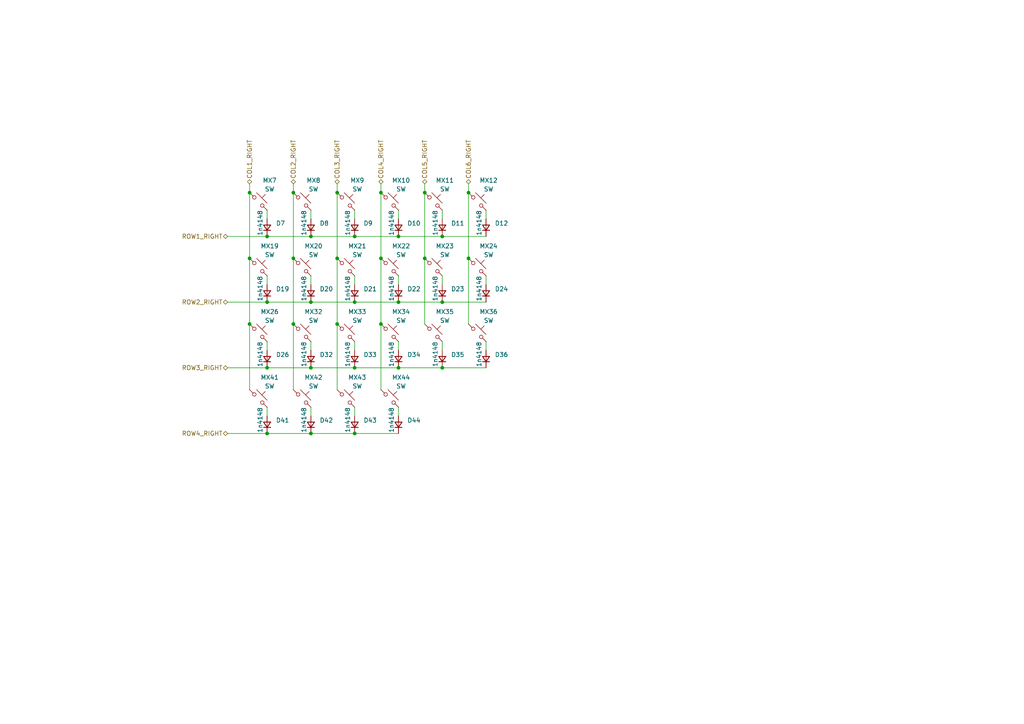
<source format=kicad_sch>
(kicad_sch (version 20231120) (generator "eeschema") (generator_version "8.0")
  (paper "A4")
  (lib_symbols
    (symbol "Device:D_Small" (pin_numbers hide) (pin_names (offset 0.254) hide)
      (property "Reference" "D" (at -1.27 2.032 0))
      (property "Value" "D_Small" (at -3.81 -2.032 0))
      (symbol "D_Small_0_1"
        (polyline (pts (xy -0.762 -1.016) (xy -0.762 1.016)) (stroke (width 0.254)))
        (polyline (pts (xy -0.762 0) (xy 0.762 0)))
        (polyline (pts (xy 0.762 -1.016) (xy -0.762 0) (xy 0.762 1.016) (xy 0.762 -1.016)) (stroke (width 0.254)))
      )
      (symbol "D_Small_1_1"
        (pin passive line (at -2.54 0 0) (length 1.778) (name "K") (number "1"))
        (pin passive line (at 2.54 0 180) (length 1.778) (name "A") (number "2"))
      )
    )
    (symbol "PCM_marbastlib-mx:MX_SW_solder" (pin_numbers hide) (pin_names (offset 1.016) hide)
      (property "Reference" "MX" (at 3.048 1.016 0))
      (property "Value" "MX_SW_solder" (at 0 -3.81 0))
      (symbol "MX_SW_solder_0_1"
        (circle (center -1.1684 1.1684) (radius 0.508))
        (polyline (pts (xy -0.508 2.54) (xy 2.54 -0.508)))
        (polyline (pts (xy 1.016 1.016) (xy 2.032 2.032)))
        (polyline (pts (xy -2.54 2.54) (xy -1.524 1.524) (xy -1.524 1.524)))
        (polyline (pts (xy 1.524 -1.524) (xy 2.54 -2.54) (xy 2.54 -2.54) (xy 2.54 -2.54)))
        (circle (center 1.143 -1.1938) (radius 0.508))
        (pin passive line (at -2.54 2.54 0) (length 0) (name "1") (number "1"))
        (pin passive line (at 2.54 -2.54 180) (length 0) (name "2") (number "2"))
      )
    )
  )
  (junction (at 123.19 74.93))
  (junction (at 135.89 74.93))
  (junction (at 97.79 93.98))
  (junction (at 90.17 87.63))
  (junction (at 115.57 87.63))
  (junction (at 102.87 87.63))
  (junction (at 102.87 106.68))
  (junction (at 128.27 87.63))
  (junction (at 123.19 55.88))
  (junction (at 90.17 125.73))
  (junction (at 77.47 106.68))
  (junction (at 115.57 68.58))
  (junction (at 90.17 106.68))
  (junction (at 102.87 125.73))
  (junction (at 90.17 68.58))
  (junction (at 97.79 55.88))
  (junction (at 110.49 74.93))
  (junction (at 110.49 93.98))
  (junction (at 128.27 106.68))
  (junction (at 77.47 68.58))
  (junction (at 85.09 74.93))
  (junction (at 85.09 93.98))
  (junction (at 85.09 55.88))
  (junction (at 110.49 55.88))
  (junction (at 102.87 68.58))
  (junction (at 72.39 74.93))
  (junction (at 128.27 68.58))
  (junction (at 72.39 55.88))
  (junction (at 135.89 55.88))
  (junction (at 77.47 125.73))
  (junction (at 72.39 93.98))
  (junction (at 77.47 87.63))
  (junction (at 97.79 74.93))
  (junction (at 115.57 106.68))
  (wire (pts (xy 90.17 80.01) (xy 90.17 82.55)))
  (wire (pts (xy 102.87 60.96) (xy 102.87 63.5)))
  (wire (pts (xy 66.04 125.73) (xy 77.47 125.73)))
  (wire (pts (xy 77.47 68.58) (xy 90.17 68.58)))
  (wire (pts (xy 90.17 118.11) (xy 90.17 120.65)))
  (wire (pts (xy 140.97 60.96) (xy 140.97 63.5)))
  (wire (pts (xy 77.47 106.68) (xy 90.17 106.68)))
  (wire (pts (xy 115.57 68.58) (xy 128.27 68.58)))
  (wire (pts (xy 102.87 99.06) (xy 102.87 101.6)))
  (wire (pts (xy 110.49 55.88) (xy 110.49 74.93)))
  (wire (pts (xy 85.09 93.98) (xy 85.09 113.03)))
  (wire (pts (xy 77.47 125.73) (xy 90.17 125.73)))
  (wire (pts (xy 90.17 106.68) (xy 102.87 106.68)))
  (wire (pts (xy 72.39 93.98) (xy 72.39 113.03)))
  (wire (pts (xy 77.47 87.63) (xy 90.17 87.63)))
  (wire (pts (xy 102.87 118.11) (xy 102.87 120.65)))
  (wire (pts (xy 128.27 87.63) (xy 140.97 87.63)))
  (wire (pts (xy 72.39 53.34) (xy 72.39 55.88)))
  (wire (pts (xy 85.09 53.34) (xy 85.09 55.88)))
  (wire (pts (xy 115.57 60.96) (xy 115.57 63.5)))
  (wire (pts (xy 128.27 80.01) (xy 128.27 82.55)))
  (wire (pts (xy 115.57 99.06) (xy 115.57 101.6)))
  (wire (pts (xy 72.39 55.88) (xy 72.39 74.93)))
  (wire (pts (xy 115.57 87.63) (xy 128.27 87.63)))
  (wire (pts (xy 123.19 53.34) (xy 123.19 55.88)))
  (wire (pts (xy 97.79 55.88) (xy 97.79 74.93)))
  (wire (pts (xy 128.27 68.58) (xy 140.97 68.58)))
  (wire (pts (xy 110.49 74.93) (xy 110.49 93.98)))
  (wire (pts (xy 90.17 60.96) (xy 90.17 63.5)))
  (wire (pts (xy 90.17 87.63) (xy 102.87 87.63)))
  (wire (pts (xy 90.17 125.73) (xy 102.87 125.73)))
  (wire (pts (xy 123.19 74.93) (xy 123.19 93.98)))
  (wire (pts (xy 102.87 125.73) (xy 115.57 125.73)))
  (wire (pts (xy 77.47 60.96) (xy 77.47 63.5)))
  (wire (pts (xy 66.04 106.68) (xy 77.47 106.68)))
  (wire (pts (xy 123.19 55.88) (xy 123.19 74.93)))
  (wire (pts (xy 102.87 87.63) (xy 115.57 87.63)))
  (wire (pts (xy 140.97 80.01) (xy 140.97 82.55)))
  (wire (pts (xy 135.89 55.88) (xy 135.89 74.93)))
  (wire (pts (xy 77.47 99.06) (xy 77.47 101.6)))
  (wire (pts (xy 102.87 68.58) (xy 115.57 68.58)))
  (wire (pts (xy 115.57 118.11) (xy 115.57 120.65)))
  (wire (pts (xy 66.04 68.58) (xy 77.47 68.58)))
  (wire (pts (xy 90.17 99.06) (xy 90.17 101.6)))
  (wire (pts (xy 128.27 99.06) (xy 128.27 101.6)))
  (wire (pts (xy 135.89 74.93) (xy 135.89 93.98)))
  (wire (pts (xy 110.49 93.98) (xy 110.49 113.03)))
  (wire (pts (xy 110.49 53.34) (xy 110.49 55.88)))
  (wire (pts (xy 115.57 80.01) (xy 115.57 82.55)))
  (wire (pts (xy 102.87 80.01) (xy 102.87 82.55)))
  (wire (pts (xy 85.09 55.88) (xy 85.09 74.93)))
  (wire (pts (xy 135.89 53.34) (xy 135.89 55.88)))
  (wire (pts (xy 140.97 99.06) (xy 140.97 101.6)))
  (wire (pts (xy 97.79 74.93) (xy 97.79 93.98)))
  (wire (pts (xy 85.09 74.93) (xy 85.09 93.98)))
  (wire (pts (xy 97.79 93.98) (xy 97.79 113.03)))
  (wire (pts (xy 115.57 106.68) (xy 128.27 106.68)))
  (wire (pts (xy 77.47 118.11) (xy 77.47 120.65)))
  (wire (pts (xy 90.17 68.58) (xy 102.87 68.58)))
  (wire (pts (xy 66.04 87.63) (xy 77.47 87.63)))
  (wire (pts (xy 128.27 60.96) (xy 128.27 63.5)))
  (wire (pts (xy 128.27 106.68) (xy 140.97 106.68)))
  (wire (pts (xy 97.79 53.34) (xy 97.79 55.88)))
  (wire (pts (xy 72.39 74.93) (xy 72.39 93.98)))
  (wire (pts (xy 77.47 80.01) (xy 77.47 82.55)))
  (wire (pts (xy 102.87 106.68) (xy 115.57 106.68)))
  (hierarchical_label "COL2_RIGHT" (shape bidirectional) (at 85.09 53.34 90))
  (hierarchical_label "COL3_RIGHT" (shape bidirectional) (at 97.79 53.34 90))
  (hierarchical_label "COL4_RIGHT" (shape bidirectional) (at 110.49 53.34 90))
  (hierarchical_label "COL6_RIGHT" (shape bidirectional) (at 135.89 53.34 90))
  (hierarchical_label "ROW1_RIGHT" (shape bidirectional) (at 66.04 68.58 180))
  (hierarchical_label "ROW2_RIGHT" (shape bidirectional) (at 66.04 87.63 180))
  (hierarchical_label "COL1_RIGHT" (shape bidirectional) (at 72.39 53.34 90))
  (hierarchical_label "COL5_RIGHT" (shape bidirectional) (at 123.19 53.34 90))
  (hierarchical_label "ROW3_RIGHT" (shape bidirectional) (at 66.04 106.68 180))
  (hierarchical_label "ROW4_RIGHT" (shape bidirectional) (at 66.04 125.73 180))
  (symbol (lib_id "PCM_marbastlib-mx:MX_SW_solder") (at 74.93 58.42 0) (unit 1)
    (property "Reference" "MX7" (at 78.232 52.324 0))
    (property "Value" "SW" (at 78.232 54.864 0))
    (property "Footprint" "PCM_Switch_Keyboard_Hotswap_Kailh:SW_Hotswap_Kailh_Choc_V1" (effects (hide yes)))
    (property "Description" "Push button switch, normally open, two pins, 45° tilted" (effects (hide yes)))
  )
  (symbol (lib_id "Device:D_Small") (at 115.57 66.04 90) (unit 1)
    (property "Reference" "D10" (at 118.11 64.7699 90) (effects (justify right)))
    (property "Value" "1n4148" (at 113.538 60.96 0) (effects (justify right)))
    (property "Footprint" "Diode_SMD:D_SOD-123" (effects (hide yes)))
    (property "Description" "Diode, small symbol" (effects (hide yes)))
    (property "Sim.Device" "D" (effects (hide yes)))
    (property "Sim.Pins" "1=K 2=A" (effects (hide yes)))
  )
  (symbol (lib_id "Device:D_Small") (at 90.17 85.09 90) (unit 1)
    (property "Reference" "D20" (at 92.71 83.8199 90) (effects (justify right)))
    (property "Value" "1n4148" (at 88.138 80.01 0) (effects (justify right)))
    (property "Footprint" "Diode_SMD:D_SOD-123" (effects (hide yes)))
    (property "Description" "Diode, small symbol" (effects (hide yes)))
    (property "Sim.Device" "D" (effects (hide yes)))
    (property "Sim.Pins" "1=K 2=A" (effects (hide yes)))
  )
  (symbol (lib_id "Device:D_Small") (at 140.97 66.04 90) (unit 1)
    (property "Reference" "D12" (at 143.51 64.7699 90) (effects (justify right)))
    (property "Value" "1n4148" (at 138.938 60.96 0) (effects (justify right)))
    (property "Footprint" "Diode_SMD:D_SOD-123" (effects (hide yes)))
    (property "Description" "Diode, small symbol" (effects (hide yes)))
    (property "Sim.Device" "D" (effects (hide yes)))
    (property "Sim.Pins" "1=K 2=A" (effects (hide yes)))
  )
  (symbol (lib_id "PCM_marbastlib-mx:MX_SW_solder") (at 138.43 77.47 0) (unit 1)
    (property "Reference" "MX24" (at 141.732 71.374 0))
    (property "Value" "SW" (at 141.732 73.914 0))
    (property "Footprint" "PCM_Switch_Keyboard_Hotswap_Kailh:SW_Hotswap_Kailh_Choc_V1" (effects (hide yes)))
    (property "Description" "Push button switch, normally open, two pins, 45° tilted" (effects (hide yes)))
  )
  (symbol (lib_id "PCM_marbastlib-mx:MX_SW_solder") (at 100.33 77.47 0) (unit 1)
    (property "Reference" "MX21" (at 103.632 71.374 0))
    (property "Value" "SW" (at 103.632 73.914 0))
    (property "Footprint" "PCM_Switch_Keyboard_Hotswap_Kailh:SW_Hotswap_Kailh_Choc_V1" (effects (hide yes)))
    (property "Description" "Push button switch, normally open, two pins, 45° tilted" (effects (hide yes)))
  )
  (symbol (lib_id "PCM_marbastlib-mx:MX_SW_solder") (at 74.93 115.57 0) (unit 1)
    (property "Reference" "MX41" (at 78.232 109.474 0))
    (property "Value" "SW" (at 78.232 112.014 0))
    (property "Footprint" "PCM_Switch_Keyboard_Hotswap_Kailh:SW_Hotswap_Kailh_Choc_V1" (effects (hide yes)))
    (property "Description" "Push button switch, normally open, two pins, 45° tilted" (effects (hide yes)))
  )
  (symbol (lib_id "Device:D_Small") (at 128.27 85.09 90) (unit 1)
    (property "Reference" "D23" (at 130.81 83.8199 90) (effects (justify right)))
    (property "Value" "1n4148" (at 126.238 80.01 0) (effects (justify right)))
    (property "Footprint" "Diode_SMD:D_SOD-123" (effects (hide yes)))
    (property "Description" "Diode, small symbol" (effects (hide yes)))
    (property "Sim.Device" "D" (effects (hide yes)))
    (property "Sim.Pins" "1=K 2=A" (effects (hide yes)))
  )
  (symbol (lib_id "PCM_marbastlib-mx:MX_SW_solder") (at 113.03 96.52 0) (unit 1)
    (property "Reference" "MX34" (at 116.332 90.424 0))
    (property "Value" "SW" (at 116.332 92.964 0))
    (property "Footprint" "PCM_Switch_Keyboard_Hotswap_Kailh:SW_Hotswap_Kailh_Choc_V1" (effects (hide yes)))
    (property "Description" "Push button switch, normally open, two pins, 45° tilted" (effects (hide yes)))
  )
  (symbol (lib_id "Device:D_Small") (at 77.47 66.04 90) (unit 1)
    (property "Reference" "D7" (at 80.01 64.7699 90) (effects (justify right)))
    (property "Value" "1n4148" (at 75.438 60.96 0) (effects (justify right)))
    (property "Footprint" "Diode_SMD:D_SOD-123" (effects (hide yes)))
    (property "Description" "Diode, small symbol" (effects (hide yes)))
    (property "Sim.Device" "D" (effects (hide yes)))
    (property "Sim.Pins" "1=K 2=A" (effects (hide yes)))
  )
  (symbol (lib_id "PCM_marbastlib-mx:MX_SW_solder") (at 113.03 58.42 0) (unit 1)
    (property "Reference" "MX10" (at 116.332 52.324 0))
    (property "Value" "SW" (at 116.332 54.864 0))
    (property "Footprint" "PCM_Switch_Keyboard_Hotswap_Kailh:SW_Hotswap_Kailh_Choc_V1" (effects (hide yes)))
    (property "Description" "Push button switch, normally open, two pins, 45° tilted" (effects (hide yes)))
  )
  (symbol (lib_id "Device:D_Small") (at 128.27 66.04 90) (unit 1)
    (property "Reference" "D11" (at 130.81 64.7699 90) (effects (justify right)))
    (property "Value" "1n4148" (at 126.238 60.96 0) (effects (justify right)))
    (property "Footprint" "Diode_SMD:D_SOD-123" (effects (hide yes)))
    (property "Description" "Diode, small symbol" (effects (hide yes)))
    (property "Sim.Device" "D" (effects (hide yes)))
    (property "Sim.Pins" "1=K 2=A" (effects (hide yes)))
  )
  (symbol (lib_id "Device:D_Small") (at 115.57 85.09 90) (unit 1)
    (property "Reference" "D22" (at 118.11 83.8199 90) (effects (justify right)))
    (property "Value" "1n4148" (at 113.538 80.01 0) (effects (justify right)))
    (property "Footprint" "Diode_SMD:D_SOD-123" (effects (hide yes)))
    (property "Description" "Diode, small symbol" (effects (hide yes)))
    (property "Sim.Device" "D" (effects (hide yes)))
    (property "Sim.Pins" "1=K 2=A" (effects (hide yes)))
  )
  (symbol (lib_id "Device:D_Small") (at 102.87 66.04 90) (unit 1)
    (property "Reference" "D9" (at 105.41 64.7699 90) (effects (justify right)))
    (property "Value" "1n4148" (at 100.838 60.96 0) (effects (justify right)))
    (property "Footprint" "Diode_SMD:D_SOD-123" (effects (hide yes)))
    (property "Description" "Diode, small symbol" (effects (hide yes)))
    (property "Sim.Device" "D" (effects (hide yes)))
    (property "Sim.Pins" "1=K 2=A" (effects (hide yes)))
  )
  (symbol (lib_id "PCM_marbastlib-mx:MX_SW_solder") (at 113.03 115.57 0) (unit 1)
    (property "Reference" "MX44" (at 116.332 109.474 0))
    (property "Value" "SW" (at 116.332 112.014 0))
    (property "Footprint" "PCM_Switch_Keyboard_Hotswap_Kailh:SW_Hotswap_Kailh_Choc_V1" (effects (hide yes)))
    (property "Description" "Push button switch, normally open, two pins, 45° tilted" (effects (hide yes)))
  )
  (symbol (lib_id "Device:D_Small") (at 90.17 104.14 90) (unit 1)
    (property "Reference" "D32" (at 92.71 102.8699 90) (effects (justify right)))
    (property "Value" "1n4148" (at 88.138 99.06 0) (effects (justify right)))
    (property "Footprint" "Diode_SMD:D_SOD-123" (effects (hide yes)))
    (property "Description" "Diode, small symbol" (effects (hide yes)))
    (property "Sim.Device" "D" (effects (hide yes)))
    (property "Sim.Pins" "1=K 2=A" (effects (hide yes)))
  )
  (symbol (lib_id "Device:D_Small") (at 77.47 104.14 90) (unit 1)
    (property "Reference" "D26" (at 80.01 102.8699 90) (effects (justify right)))
    (property "Value" "1n4148" (at 75.438 99.06 0) (effects (justify right)))
    (property "Footprint" "Diode_SMD:D_SOD-123" (effects (hide yes)))
    (property "Description" "Diode, small symbol" (effects (hide yes)))
    (property "Sim.Device" "D" (effects (hide yes)))
    (property "Sim.Pins" "1=K 2=A" (effects (hide yes)))
  )
  (symbol (lib_id "PCM_marbastlib-mx:MX_SW_solder") (at 87.63 96.52 0) (unit 1)
    (property "Reference" "MX32" (at 90.932 90.424 0))
    (property "Value" "SW" (at 90.932 92.964 0))
    (property "Footprint" "PCM_Switch_Keyboard_Hotswap_Kailh:SW_Hotswap_Kailh_Choc_V1" (effects (hide yes)))
    (property "Description" "Push button switch, normally open, two pins, 45° tilted" (effects (hide yes)))
  )
  (symbol (lib_id "PCM_marbastlib-mx:MX_SW_solder") (at 100.33 115.57 0) (unit 1)
    (property "Reference" "MX43" (at 103.632 109.474 0))
    (property "Value" "SW" (at 103.632 112.014 0))
    (property "Footprint" "PCM_Switch_Keyboard_Hotswap_Kailh:SW_Hotswap_Kailh_Choc_V1" (effects (hide yes)))
    (property "Description" "Push button switch, normally open, two pins, 45° tilted" (effects (hide yes)))
  )
  (symbol (lib_id "PCM_marbastlib-mx:MX_SW_solder") (at 100.33 58.42 0) (unit 1)
    (property "Reference" "MX9" (at 103.632 52.324 0))
    (property "Value" "SW" (at 103.632 54.864 0))
    (property "Footprint" "PCM_Switch_Keyboard_Hotswap_Kailh:SW_Hotswap_Kailh_Choc_V1" (effects (hide yes)))
    (property "Description" "Push button switch, normally open, two pins, 45° tilted" (effects (hide yes)))
  )
  (symbol (lib_id "Device:D_Small") (at 140.97 104.14 90) (unit 1)
    (property "Reference" "D36" (at 143.51 102.8699 90) (effects (justify right)))
    (property "Value" "1n4148" (at 138.938 99.06 0) (effects (justify right)))
    (property "Footprint" "Diode_SMD:D_SOD-123" (effects (hide yes)))
    (property "Description" "Diode, small symbol" (effects (hide yes)))
    (property "Sim.Device" "D" (effects (hide yes)))
    (property "Sim.Pins" "1=K 2=A" (effects (hide yes)))
  )
  (symbol (lib_id "PCM_marbastlib-mx:MX_SW_solder") (at 138.43 96.52 0) (unit 1)
    (property "Reference" "MX36" (at 141.732 90.424 0))
    (property "Value" "SW" (at 141.732 92.964 0))
    (property "Footprint" "PCM_Switch_Keyboard_Hotswap_Kailh:SW_Hotswap_Kailh_Choc_V1" (effects (hide yes)))
    (property "Description" "Push button switch, normally open, two pins, 45° tilted" (effects (hide yes)))
  )
  (symbol (lib_id "Device:D_Small") (at 102.87 104.14 90) (unit 1)
    (property "Reference" "D33" (at 105.41 102.8699 90) (effects (justify right)))
    (property "Value" "1n4148" (at 100.838 99.06 0) (effects (justify right)))
    (property "Footprint" "Diode_SMD:D_SOD-123" (effects (hide yes)))
    (property "Description" "Diode, small symbol" (effects (hide yes)))
    (property "Sim.Device" "D" (effects (hide yes)))
    (property "Sim.Pins" "1=K 2=A" (effects (hide yes)))
  )
  (symbol (lib_id "PCM_marbastlib-mx:MX_SW_solder") (at 113.03 77.47 0) (unit 1)
    (property "Reference" "MX22" (at 116.332 71.374 0))
    (property "Value" "SW" (at 116.332 73.914 0))
    (property "Footprint" "PCM_Switch_Keyboard_Hotswap_Kailh:SW_Hotswap_Kailh_Choc_V1" (effects (hide yes)))
    (property "Description" "Push button switch, normally open, two pins, 45° tilted" (effects (hide yes)))
  )
  (symbol (lib_id "PCM_marbastlib-mx:MX_SW_solder") (at 100.33 96.52 0) (unit 1)
    (property "Reference" "MX33" (at 103.632 90.424 0))
    (property "Value" "SW" (at 103.632 92.964 0))
    (property "Footprint" "PCM_Switch_Keyboard_Hotswap_Kailh:SW_Hotswap_Kailh_Choc_V1" (effects (hide yes)))
    (property "Description" "Push button switch, normally open, two pins, 45° tilted" (effects (hide yes)))
  )
  (symbol (lib_id "PCM_marbastlib-mx:MX_SW_solder") (at 125.73 77.47 0) (unit 1)
    (property "Reference" "MX23" (at 129.032 71.374 0))
    (property "Value" "SW" (at 129.032 73.914 0))
    (property "Footprint" "PCM_Switch_Keyboard_Hotswap_Kailh:SW_Hotswap_Kailh_Choc_V1" (effects (hide yes)))
    (property "Description" "Push button switch, normally open, two pins, 45° tilted" (effects (hide yes)))
  )
  (symbol (lib_id "Device:D_Small") (at 77.47 123.19 90) (unit 1)
    (property "Reference" "D41" (at 80.01 121.9199 90) (effects (justify right)))
    (property "Value" "1n4148" (at 75.438 118.11 0) (effects (justify right)))
    (property "Footprint" "Diode_SMD:D_SOD-123" (effects (hide yes)))
    (property "Description" "Diode, small symbol" (effects (hide yes)))
    (property "Sim.Device" "D" (effects (hide yes)))
    (property "Sim.Pins" "1=K 2=A" (effects (hide yes)))
  )
  (symbol (lib_id "Device:D_Small") (at 102.87 123.19 90) (unit 1)
    (property "Reference" "D43" (at 105.41 121.9199 90) (effects (justify right)))
    (property "Value" "1n4148" (at 100.838 118.11 0) (effects (justify right)))
    (property "Footprint" "Diode_SMD:D_SOD-123" (effects (hide yes)))
    (property "Description" "Diode, small symbol" (effects (hide yes)))
    (property "Sim.Device" "D" (effects (hide yes)))
    (property "Sim.Pins" "1=K 2=A" (effects (hide yes)))
  )
  (symbol (lib_id "Device:D_Small") (at 90.17 66.04 90) (unit 1)
    (property "Reference" "D8" (at 92.71 64.7699 90) (effects (justify right)))
    (property "Value" "1n4148" (at 88.138 60.96 0) (effects (justify right)))
    (property "Footprint" "Diode_SMD:D_SOD-123" (effects (hide yes)))
    (property "Description" "Diode, small symbol" (effects (hide yes)))
    (property "Sim.Device" "D" (effects (hide yes)))
    (property "Sim.Pins" "1=K 2=A" (effects (hide yes)))
  )
  (symbol (lib_id "PCM_marbastlib-mx:MX_SW_solder") (at 87.63 77.47 0) (unit 1)
    (property "Reference" "MX20" (at 90.932 71.374 0))
    (property "Value" "SW" (at 90.932 73.914 0))
    (property "Footprint" "PCM_Switch_Keyboard_Hotswap_Kailh:SW_Hotswap_Kailh_Choc_V1" (effects (hide yes)))
    (property "Description" "Push button switch, normally open, two pins, 45° tilted" (effects (hide yes)))
  )
  (symbol (lib_id "Device:D_Small") (at 77.47 85.09 90) (unit 1)
    (property "Reference" "D19" (at 80.01 83.8199 90) (effects (justify right)))
    (property "Value" "1n4148" (at 75.438 80.01 0) (effects (justify right)))
    (property "Footprint" "Diode_SMD:D_SOD-123" (effects (hide yes)))
    (property "Description" "Diode, small symbol" (effects (hide yes)))
    (property "Sim.Device" "D" (effects (hide yes)))
    (property "Sim.Pins" "1=K 2=A" (effects (hide yes)))
  )
  (symbol (lib_id "PCM_marbastlib-mx:MX_SW_solder") (at 87.63 58.42 0) (unit 1)
    (property "Reference" "MX8" (at 90.932 52.324 0))
    (property "Value" "SW" (at 90.932 54.864 0))
    (property "Footprint" "PCM_Switch_Keyboard_Hotswap_Kailh:SW_Hotswap_Kailh_Choc_V1" (effects (hide yes)))
    (property "Description" "Push button switch, normally open, two pins, 45° tilted" (effects (hide yes)))
  )
  (symbol (lib_id "Device:D_Small") (at 115.57 123.19 90) (unit 1)
    (property "Reference" "D44" (at 118.11 121.9199 90) (effects (justify right)))
    (property "Value" "1n4148" (at 113.538 118.11 0) (effects (justify right)))
    (property "Footprint" "Diode_SMD:D_SOD-123" (effects (hide yes)))
    (property "Description" "Diode, small symbol" (effects (hide yes)))
    (property "Sim.Device" "D" (effects (hide yes)))
    (property "Sim.Pins" "1=K 2=A" (effects (hide yes)))
  )
  (symbol (lib_id "Device:D_Small") (at 140.97 85.09 90) (unit 1)
    (property "Reference" "D24" (at 143.51 83.8199 90) (effects (justify right)))
    (property "Value" "1n4148" (at 138.938 80.01 0) (effects (justify right)))
    (property "Footprint" "Diode_SMD:D_SOD-123" (effects (hide yes)))
    (property "Description" "Diode, small symbol" (effects (hide yes)))
    (property "Sim.Device" "D" (effects (hide yes)))
    (property "Sim.Pins" "1=K 2=A" (effects (hide yes)))
  )
  (symbol (lib_id "PCM_marbastlib-mx:MX_SW_solder") (at 74.93 96.52 0) (unit 1)
    (property "Reference" "MX26" (at 78.232 90.424 0))
    (property "Value" "SW" (at 78.232 92.964 0))
    (property "Footprint" "PCM_Switch_Keyboard_Hotswap_Kailh:SW_Hotswap_Kailh_Choc_V1" (effects (hide yes)))
    (property "Description" "Push button switch, normally open, two pins, 45° tilted" (effects (hide yes)))
  )
  (symbol (lib_id "Device:D_Small") (at 102.87 85.09 90) (unit 1)
    (property "Reference" "D21" (at 105.41 83.8199 90) (effects (justify right)))
    (property "Value" "1n4148" (at 100.838 80.01 0) (effects (justify right)))
    (property "Footprint" "Diode_SMD:D_SOD-123" (effects (hide yes)))
    (property "Description" "Diode, small symbol" (effects (hide yes)))
    (property "Sim.Device" "D" (effects (hide yes)))
    (property "Sim.Pins" "1=K 2=A" (effects (hide yes)))
  )
  (symbol (lib_id "PCM_marbastlib-mx:MX_SW_solder") (at 74.93 77.47 0) (unit 1)
    (property "Reference" "MX19" (at 78.232 71.374 0))
    (property "Value" "SW" (at 78.232 73.914 0))
    (property "Footprint" "PCM_Switch_Keyboard_Hotswap_Kailh:SW_Hotswap_Kailh_Choc_V1" (effects (hide yes)))
    (property "Description" "Push button switch, normally open, two pins, 45° tilted" (effects (hide yes)))
  )
  (symbol (lib_id "Device:D_Small") (at 90.17 123.19 90) (unit 1)
    (property "Reference" "D42" (at 92.71 121.9199 90) (effects (justify right)))
    (property "Value" "1n4148" (at 88.138 118.11 0) (effects (justify right)))
    (property "Footprint" "Diode_SMD:D_SOD-123" (effects (hide yes)))
    (property "Description" "Diode, small symbol" (effects (hide yes)))
    (property "Sim.Device" "D" (effects (hide yes)))
    (property "Sim.Pins" "1=K 2=A" (effects (hide yes)))
  )
  (symbol (lib_id "PCM_marbastlib-mx:MX_SW_solder") (at 87.63 115.57 0) (unit 1)
    (property "Reference" "MX42" (at 90.932 109.474 0))
    (property "Value" "SW" (at 90.932 112.014 0))
    (property "Footprint" "PCM_Switch_Keyboard_Hotswap_Kailh:SW_Hotswap_Kailh_Choc_V1" (effects (hide yes)))
    (property "Description" "Push button switch, normally open, two pins, 45° tilted" (effects (hide yes)))
  )
  (symbol (lib_id "PCM_marbastlib-mx:MX_SW_solder") (at 125.73 96.52 0) (unit 1)
    (property "Reference" "MX35" (at 129.032 90.424 0))
    (property "Value" "SW" (at 129.032 92.964 0))
    (property "Footprint" "PCM_Switch_Keyboard_Hotswap_Kailh:SW_Hotswap_Kailh_Choc_V1" (effects (hide yes)))
    (property "Description" "Push button switch, normally open, two pins, 45° tilted" (effects (hide yes)))
  )
  (symbol (lib_id "Device:D_Small") (at 115.57 104.14 90) (unit 1)
    (property "Reference" "D34" (at 118.11 102.8699 90) (effects (justify right)))
    (property "Value" "1n4148" (at 113.538 99.06 0) (effects (justify right)))
    (property "Footprint" "Diode_SMD:D_SOD-123" (effects (hide yes)))
    (property "Description" "Diode, small symbol" (effects (hide yes)))
    (property "Sim.Device" "D" (effects (hide yes)))
    (property "Sim.Pins" "1=K 2=A" (effects (hide yes)))
  )
  (symbol (lib_id "Device:D_Small") (at 128.27 104.14 90) (unit 1)
    (property "Reference" "D35" (at 130.81 102.8699 90) (effects (justify right)))
    (property "Value" "1n4148" (at 126.238 99.06 0) (effects (justify right)))
    (property "Footprint" "Diode_SMD:D_SOD-123" (effects (hide yes)))
    (property "Description" "Diode, small symbol" (effects (hide yes)))
    (property "Sim.Device" "D" (effects (hide yes)))
    (property "Sim.Pins" "1=K 2=A" (effects (hide yes)))
  )
  (symbol (lib_id "PCM_marbastlib-mx:MX_SW_solder") (at 125.73 58.42 0) (unit 1)
    (property "Reference" "MX11" (at 129.032 52.324 0))
    (property "Value" "SW" (at 129.032 54.864 0))
    (property "Footprint" "PCM_Switch_Keyboard_Hotswap_Kailh:SW_Hotswap_Kailh_Choc_V1" (effects (hide yes)))
    (property "Description" "Push button switch, normally open, two pins, 45° tilted" (effects (hide yes)))
  )
  (symbol (lib_id "PCM_marbastlib-mx:MX_SW_solder") (at 138.43 58.42 0) (unit 1)
    (property "Reference" "MX12" (at 141.732 52.324 0))
    (property "Value" "SW" (at 141.732 54.864 0))
    (property "Footprint" "PCM_Switch_Keyboard_Hotswap_Kailh:SW_Hotswap_Kailh_Choc_V1" (effects (hide yes)))
    (property "Description" "Push button switch, normally open, two pins, 45° tilted" (effects (hide yes)))
  )
)
</source>
